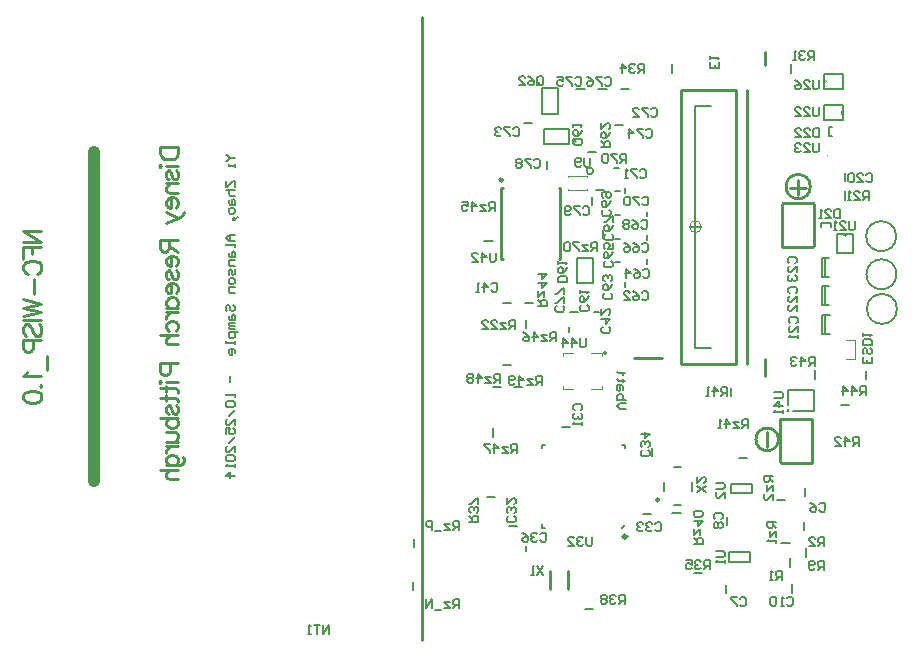
<source format=gbo>
%FSLAX25Y25*%
%MOIN*%
G70*
G01*
G75*
G04 Layer_Color=32896*
%ADD10C,0.00866*%
%ADD11R,0.07087X0.03937*%
G04:AMPARAMS|DCode=12|XSize=31.5mil|YSize=66.93mil|CornerRadius=0mil|HoleSize=0mil|Usage=FLASHONLY|Rotation=45.000|XOffset=0mil|YOffset=0mil|HoleType=Round|Shape=Rectangle|*
%AMROTATEDRECTD12*
4,1,4,0.01253,-0.03480,-0.03480,0.01253,-0.01253,0.03480,0.03480,-0.01253,0.01253,-0.03480,0.0*
%
%ADD12ROTATEDRECTD12*%

%ADD13R,0.01654X0.02362*%
%ADD14R,0.03543X0.02756*%
%ADD15R,0.02756X0.02362*%
%ADD16R,0.02756X0.03937*%
%ADD17R,0.07402X0.06614*%
%ADD18O,0.01575X0.06299*%
%ADD19R,0.04331X0.03937*%
%ADD20R,0.01575X0.01575*%
%ADD21R,0.02362X0.01654*%
G04:AMPARAMS|DCode=22|XSize=31.5mil|YSize=66.93mil|CornerRadius=0mil|HoleSize=0mil|Usage=FLASHONLY|Rotation=135.000|XOffset=0mil|YOffset=0mil|HoleType=Round|Shape=Rectangle|*
%AMROTATEDRECTD22*
4,1,4,0.03480,0.01253,-0.01253,-0.03480,-0.03480,-0.01253,0.01253,0.03480,0.03480,0.01253,0.0*
%
%ADD22ROTATEDRECTD22*%

%ADD23R,0.03543X0.02362*%
%ADD24R,0.02362X0.03543*%
%ADD25R,0.03937X0.04331*%
%ADD26C,0.02000*%
%ADD27C,0.01200*%
%ADD28C,0.01000*%
%ADD29C,0.02500*%
%ADD30C,0.05000*%
%ADD31C,0.00800*%
%ADD32C,0.03000*%
%ADD33C,0.01500*%
%ADD34C,0.04200*%
%ADD35C,0.06000*%
%ADD36C,0.07874*%
%ADD37C,0.03937*%
%ADD38R,0.03937X0.03937*%
%ADD39C,0.02600*%
%ADD40C,0.03000*%
%ADD41C,0.02400*%
%ADD42C,0.03400*%
%ADD43C,0.05000*%
%ADD44C,0.04000*%
%ADD45C,0.04900*%
G04:AMPARAMS|DCode=46|XSize=65mil|YSize=65mil|CornerRadius=0mil|HoleSize=0mil|Usage=FLASHONLY|Rotation=0.000|XOffset=0mil|YOffset=0mil|HoleType=Round|Shape=Relief|Width=8mil|Gap=10mil|Entries=4|*
%AMTHD46*
7,0,0,0.06500,0.04500,0.00800,45*
%
%ADD46THD46*%
%ADD47C,0.06400*%
%ADD48C,0.08306*%
%ADD49C,0.04762*%
G04:AMPARAMS|DCode=50|XSize=63.622mil|YSize=63.622mil|CornerRadius=0mil|HoleSize=0mil|Usage=FLASHONLY|Rotation=0.000|XOffset=0mil|YOffset=0mil|HoleType=Round|Shape=Relief|Width=8mil|Gap=10mil|Entries=4|*
%AMTHD50*
7,0,0,0.06362,0.04362,0.00800,45*
%
%ADD50THD50*%
G04:AMPARAMS|DCode=51|XSize=80mil|YSize=80mil|CornerRadius=0mil|HoleSize=0mil|Usage=FLASHONLY|Rotation=0.000|XOffset=0mil|YOffset=0mil|HoleType=Round|Shape=Relief|Width=8mil|Gap=10mil|Entries=4|*
%AMTHD51*
7,0,0,0.08000,0.06000,0.00800,45*
%
%ADD51THD51*%
G04:AMPARAMS|DCode=52|XSize=50mil|YSize=50mil|CornerRadius=0mil|HoleSize=0mil|Usage=FLASHONLY|Rotation=0.000|XOffset=0mil|YOffset=0mil|HoleType=Round|Shape=Relief|Width=8mil|Gap=10mil|Entries=4|*
%AMTHD52*
7,0,0,0.05000,0.03000,0.00800,45*
%
%ADD52THD52*%
%ADD53C,0.04000*%
G04:AMPARAMS|DCode=54|XSize=56mil|YSize=56mil|CornerRadius=0mil|HoleSize=0mil|Usage=FLASHONLY|Rotation=0.000|XOffset=0mil|YOffset=0mil|HoleType=Round|Shape=Relief|Width=8mil|Gap=10mil|Entries=4|*
%AMTHD54*
7,0,0,0.05600,0.03600,0.00800,45*
%
%ADD54THD54*%
%ADD55C,0.03200*%
%ADD56C,0.04400*%
%ADD57C,0.05200*%
%ADD58R,0.03543X0.04724*%
%ADD59R,0.07087X0.03937*%
%ADD60R,0.01102X0.01969*%
%ADD61R,0.02362X0.05512*%
%ADD62R,0.02165X0.01181*%
%ADD63R,0.01969X0.03386*%
%ADD64R,0.02559X0.02559*%
%ADD65R,0.01882X0.01181*%
%ADD66R,0.01575X0.03622*%
%ADD67R,0.05118X0.00984*%
%ADD68O,0.05118X0.00984*%
%ADD69R,0.08661X0.07087*%
%ADD70R,0.09843X0.13780*%
%ADD71R,0.01181X0.03150*%
%ADD72R,0.03642X0.01181*%
%ADD73R,0.03422X0.01181*%
%ADD74C,0.00787*%
%ADD75R,0.20276X0.20276*%
%ADD76O,0.03347X0.01102*%
%ADD77O,0.01102X0.03347*%
%ADD78R,0.01102X0.03347*%
%ADD79R,0.03543X0.06299*%
%ADD80R,0.01969X0.02362*%
%ADD81R,0.02756X0.03543*%
%ADD82R,0.02362X0.01969*%
%ADD83R,0.01969X0.01102*%
%ADD84R,0.01575X0.01575*%
%ADD85C,0.00900*%
%ADD86C,0.00600*%
%ADD87P,0.02895X4X90.0*%
%ADD88C,0.00394*%
%ADD89C,0.00500*%
%ADD90C,0.00984*%
%ADD91C,0.00787*%
%ADD92C,0.00300*%
%ADD93C,0.00421*%
%ADD94C,0.00420*%
%ADD95C,0.00417*%
%ADD96C,0.01466*%
%ADD97R,0.07687X0.04537*%
G04:AMPARAMS|DCode=98|XSize=37.5mil|YSize=72.93mil|CornerRadius=0mil|HoleSize=0mil|Usage=FLASHONLY|Rotation=45.000|XOffset=0mil|YOffset=0mil|HoleType=Round|Shape=Rectangle|*
%AMROTATEDRECTD98*
4,1,4,0.01253,-0.03904,-0.03904,0.01253,-0.01253,0.03904,0.03904,-0.01253,0.01253,-0.03904,0.0*
%
%ADD98ROTATEDRECTD98*%

%ADD99R,0.02254X0.02962*%
%ADD100R,0.04143X0.03356*%
%ADD101R,0.03356X0.02962*%
%ADD102R,0.03356X0.04537*%
%ADD103R,0.08002X0.07214*%
%ADD104O,0.02175X0.06899*%
%ADD105R,0.04931X0.04537*%
%ADD106R,0.02175X0.02175*%
%ADD107R,0.02962X0.02254*%
G04:AMPARAMS|DCode=108|XSize=37.5mil|YSize=72.93mil|CornerRadius=0mil|HoleSize=0mil|Usage=FLASHONLY|Rotation=135.000|XOffset=0mil|YOffset=0mil|HoleType=Round|Shape=Rectangle|*
%AMROTATEDRECTD108*
4,1,4,0.03904,0.01253,-0.01253,-0.03904,-0.03904,-0.01253,0.01253,0.03904,0.03904,0.01253,0.0*
%
%ADD108ROTATEDRECTD108*%

%ADD109R,0.04143X0.02962*%
%ADD110R,0.02962X0.04143*%
%ADD111R,0.04537X0.04931*%
%ADD112C,0.04800*%
%ADD113C,0.06600*%
%ADD114C,0.04537*%
%ADD115R,0.04537X0.04537*%
%ADD116R,0.04143X0.05324*%
%ADD117R,0.07687X0.04537*%
%ADD118R,0.01702X0.02569*%
%ADD119R,0.02962X0.06112*%
%ADD120R,0.02765X0.01781*%
%ADD121R,0.02569X0.03986*%
%ADD122R,0.03159X0.03159*%
%ADD123R,0.02482X0.01781*%
%ADD124R,0.02175X0.04222*%
%ADD125R,0.05718X0.01584*%
%ADD126O,0.05718X0.01584*%
%ADD127R,0.09261X0.07687*%
%ADD128R,0.10443X0.14379*%
%ADD129R,0.01781X0.03750*%
%ADD130R,0.04242X0.01781*%
%ADD131R,0.04022X0.01781*%
%ADD132R,0.20876X0.20876*%
%ADD133O,0.03947X0.01702*%
%ADD134O,0.01702X0.03947*%
%ADD135R,0.01702X0.03947*%
%ADD136R,0.04143X0.06899*%
%ADD137R,0.02569X0.02962*%
%ADD138R,0.03356X0.04143*%
%ADD139R,0.02962X0.02569*%
%ADD140R,0.02569X0.01702*%
%ADD141R,0.02175X0.02175*%
%ADD142C,0.08474*%
%ADD143C,0.01181*%
%ADD144C,0.00700*%
D28*
X201969Y153839D02*
G03*
X201969Y153839I-500J0D01*
G01*
X297066Y76846D02*
G03*
X297066Y76846I-100J0D01*
G01*
X293918Y67323D02*
G03*
X293918Y67323I-3761J0D01*
G01*
X304545Y151575D02*
G03*
X304545Y151575I-4053J0D01*
G01*
X223669Y17472D02*
Y23472D01*
X217669Y17472D02*
Y23472D01*
X221260Y127461D02*
Y151083D01*
X201575Y127461D02*
Y151083D01*
X201969D01*
X220866D02*
X221260D01*
X220866Y127461D02*
X221260D01*
X201575D02*
X201969D01*
X283563Y92520D02*
Y183858D01*
X261516D02*
X279626D01*
X261516Y92520D02*
X279626D01*
X261516D02*
Y138189D01*
Y183858D01*
X279626Y92520D02*
Y183858D01*
X294587Y74016D02*
X305118D01*
Y59449D02*
Y74016D01*
X294980Y59449D02*
X305118D01*
X294587Y59842D02*
X294980Y59449D01*
X294587Y59842D02*
Y74016D01*
X295079Y131595D02*
Y145866D01*
X295276Y146063D01*
X305512D01*
X305709Y145866D01*
Y131988D02*
Y145866D01*
X305315Y131595D02*
X305709Y131988D01*
X295079Y131595D02*
X305315D01*
X289303Y88583D02*
Y94193D01*
Y192028D02*
Y196555D01*
X175130Y492D02*
Y208071D01*
X245709Y94291D02*
X255217D01*
X290146Y69784D02*
Y64642D01*
X297858Y151260D02*
X303000D01*
X300429Y153831D02*
Y148689D01*
X42230Y136941D02*
X48228D01*
X42230D02*
X48228Y132942D01*
X42230D02*
X48228D01*
X42230Y131285D02*
X48228D01*
X42230D02*
Y127571D01*
X45086Y131285D02*
Y129000D01*
X43658Y122601D02*
X43087Y122887D01*
X42515Y123458D01*
X42230Y124029D01*
Y125172D01*
X42515Y125743D01*
X43087Y126314D01*
X43658Y126600D01*
X44515Y126886D01*
X45943D01*
X46800Y126600D01*
X47371Y126314D01*
X47943Y125743D01*
X48228Y125172D01*
Y124029D01*
X47943Y123458D01*
X47371Y122887D01*
X46800Y122601D01*
X45658Y120916D02*
Y115774D01*
X42230Y114003D02*
X48228Y112575D01*
X42230Y111146D02*
X48228Y112575D01*
X42230Y111146D02*
X48228Y109718D01*
X42230Y108290D02*
X48228Y109718D01*
X42230Y107090D02*
X48228D01*
X43087Y101834D02*
X42515Y102405D01*
X42230Y103262D01*
Y104405D01*
X42515Y105262D01*
X43087Y105833D01*
X43658D01*
X44229Y105547D01*
X44515Y105262D01*
X44800Y104691D01*
X45372Y102977D01*
X45658Y102405D01*
X45943Y102120D01*
X46514Y101834D01*
X47371D01*
X47943Y102405D01*
X48228Y103262D01*
Y104405D01*
X47943Y105262D01*
X47371Y105833D01*
X45372Y100491D02*
Y97921D01*
X45086Y97063D01*
X44800Y96778D01*
X44229Y96492D01*
X43372D01*
X42801Y96778D01*
X42515Y97063D01*
X42230Y97921D01*
Y100491D01*
X48228D01*
X50228Y95150D02*
Y90579D01*
X43372Y89808D02*
X43087Y89237D01*
X42230Y88380D01*
X48228D01*
X47657Y85123D02*
X47943Y85409D01*
X48228Y85123D01*
X47943Y84838D01*
X47657Y85123D01*
X42230Y81810D02*
X42515Y82667D01*
X43372Y83238D01*
X44800Y83524D01*
X45658D01*
X47086Y83238D01*
X47943Y82667D01*
X48228Y81810D01*
Y81238D01*
X47943Y80381D01*
X47086Y79810D01*
X45658Y79524D01*
X44800D01*
X43372Y79810D01*
X42515Y80381D01*
X42230Y81238D01*
Y81810D01*
X87827Y164635D02*
X93826D01*
X87827D02*
Y162635D01*
X88113Y161778D01*
X88684Y161207D01*
X89256Y160921D01*
X90113Y160636D01*
X91541D01*
X92398Y160921D01*
X92969Y161207D01*
X93540Y161778D01*
X93826Y162635D01*
Y164635D01*
X87827Y158722D02*
X88113Y158436D01*
X87827Y158150D01*
X87542Y158436D01*
X87827Y158722D01*
X89827Y158436D02*
X93826D01*
X90684Y153951D02*
X90113Y154237D01*
X89827Y155094D01*
Y155951D01*
X90113Y156808D01*
X90684Y157094D01*
X91255Y156808D01*
X91541Y156237D01*
X91826Y154808D01*
X92112Y154237D01*
X92684Y153951D01*
X92969D01*
X93540Y154237D01*
X93826Y155094D01*
Y155951D01*
X93540Y156808D01*
X92969Y157094D01*
X89827Y152694D02*
X93826D01*
X90970D02*
X90113Y151838D01*
X89827Y151266D01*
Y150409D01*
X90113Y149838D01*
X90970Y149552D01*
X93826D01*
X91541Y147981D02*
Y144553D01*
X90970D01*
X90398Y144839D01*
X90113Y145125D01*
X89827Y145696D01*
Y146553D01*
X90113Y147124D01*
X90684Y147696D01*
X91541Y147981D01*
X92112D01*
X92969Y147696D01*
X93540Y147124D01*
X93826Y146553D01*
Y145696D01*
X93540Y145125D01*
X92969Y144553D01*
X89827Y142982D02*
X93826Y141268D01*
X89827Y139554D02*
X93826Y141268D01*
X94969Y141840D01*
X95540Y142411D01*
X95826Y142982D01*
Y143268D01*
X87827Y133841D02*
X93826D01*
X87827D02*
Y131271D01*
X88113Y130413D01*
X88399Y130128D01*
X88970Y129842D01*
X89541D01*
X90113Y130128D01*
X90398Y130413D01*
X90684Y131271D01*
Y133841D01*
Y131842D02*
X93826Y129842D01*
X91541Y128500D02*
Y125072D01*
X90970D01*
X90398Y125357D01*
X90113Y125643D01*
X89827Y126215D01*
Y127071D01*
X90113Y127643D01*
X90684Y128214D01*
X91541Y128500D01*
X92112D01*
X92969Y128214D01*
X93540Y127643D01*
X93826Y127071D01*
Y126215D01*
X93540Y125643D01*
X92969Y125072D01*
X90684Y120644D02*
X90113Y120930D01*
X89827Y121787D01*
Y122644D01*
X90113Y123501D01*
X90684Y123786D01*
X91255Y123501D01*
X91541Y122929D01*
X91826Y121501D01*
X92112Y120930D01*
X92684Y120644D01*
X92969D01*
X93540Y120930D01*
X93826Y121787D01*
Y122644D01*
X93540Y123501D01*
X92969Y123786D01*
X91541Y119387D02*
Y115960D01*
X90970D01*
X90398Y116245D01*
X90113Y116531D01*
X89827Y117102D01*
Y117959D01*
X90113Y118530D01*
X90684Y119102D01*
X91541Y119387D01*
X92112D01*
X92969Y119102D01*
X93540Y118530D01*
X93826Y117959D01*
Y117102D01*
X93540Y116531D01*
X92969Y115960D01*
X89827Y111246D02*
X93826D01*
X90684D02*
X90113Y111818D01*
X89827Y112389D01*
Y113246D01*
X90113Y113817D01*
X90684Y114388D01*
X91541Y114674D01*
X92112D01*
X92969Y114388D01*
X93540Y113817D01*
X93826Y113246D01*
Y112389D01*
X93540Y111818D01*
X92969Y111246D01*
X89827Y109647D02*
X93826D01*
X91541D02*
X90684Y109361D01*
X90113Y108790D01*
X89827Y108218D01*
Y107361D01*
X90684Y103391D02*
X90113Y103962D01*
X89827Y104533D01*
Y105390D01*
X90113Y105962D01*
X90684Y106533D01*
X91541Y106819D01*
X92112D01*
X92969Y106533D01*
X93540Y105962D01*
X93826Y105390D01*
Y104533D01*
X93540Y103962D01*
X92969Y103391D01*
X87827Y102105D02*
X93826D01*
X90970D02*
X90113Y101248D01*
X89827Y100677D01*
Y99820D01*
X90113Y99249D01*
X90970Y98963D01*
X93826D01*
X90970Y92679D02*
Y90108D01*
X90684Y89251D01*
X90398Y88965D01*
X89827Y88680D01*
X88970D01*
X88399Y88965D01*
X88113Y89251D01*
X87827Y90108D01*
Y92679D01*
X93826D01*
X87827Y86766D02*
X88113Y86480D01*
X87827Y86194D01*
X87542Y86480D01*
X87827Y86766D01*
X89827Y86480D02*
X93826D01*
X87827Y84281D02*
X92684D01*
X93540Y83995D01*
X93826Y83424D01*
Y82852D01*
X89827Y85137D02*
Y83138D01*
X87827Y81138D02*
X92684D01*
X93540Y80853D01*
X93826Y80281D01*
Y79710D01*
X89827Y81995D02*
Y79996D01*
X90684Y75711D02*
X90113Y75997D01*
X89827Y76854D01*
Y77710D01*
X90113Y78567D01*
X90684Y78853D01*
X91255Y78567D01*
X91541Y77996D01*
X91826Y76568D01*
X92112Y75997D01*
X92684Y75711D01*
X92969D01*
X93540Y75997D01*
X93826Y76854D01*
Y77710D01*
X93540Y78567D01*
X92969Y78853D01*
X87827Y74454D02*
X93826D01*
X90684D02*
X90113Y73883D01*
X89827Y73312D01*
Y72455D01*
X90113Y71883D01*
X90684Y71312D01*
X91541Y71026D01*
X92112D01*
X92969Y71312D01*
X93540Y71883D01*
X93826Y72455D01*
Y73312D01*
X93540Y73883D01*
X92969Y74454D01*
X89827Y69741D02*
X92684D01*
X93540Y69455D01*
X93826Y68884D01*
Y68027D01*
X93540Y67456D01*
X92684Y66599D01*
X89827D02*
X93826D01*
X89827Y65027D02*
X93826D01*
X91541D02*
X90684Y64742D01*
X90113Y64171D01*
X89827Y63599D01*
Y62742D01*
Y58772D02*
X94397D01*
X95254Y59057D01*
X95540Y59343D01*
X95826Y59914D01*
Y60771D01*
X95540Y61343D01*
X90684Y58772D02*
X90113Y59343D01*
X89827Y59914D01*
Y60771D01*
X90113Y61343D01*
X90684Y61914D01*
X91541Y62200D01*
X92112D01*
X92969Y61914D01*
X93540Y61343D01*
X93826Y60771D01*
Y59914D01*
X93540Y59343D01*
X92969Y58772D01*
X87827Y57172D02*
X93826D01*
X90970D02*
X90113Y56315D01*
X89827Y55744D01*
Y54887D01*
X90113Y54316D01*
X90970Y54030D01*
X93826D01*
D44*
X65886Y53400D02*
Y163065D01*
D86*
X315533Y176165D02*
Y178921D01*
Y173902D02*
Y176559D01*
X309234Y173902D02*
X315533D01*
X309234D02*
Y178921D01*
X315533D01*
X315238Y175870D02*
X315533Y176165D01*
X315238Y176854D02*
X315533Y176559D01*
X310638Y168430D02*
Y171580D01*
X311819D01*
X310638Y168430D02*
X311819D01*
X309221Y184079D02*
Y186835D01*
Y186441D02*
Y189098D01*
X315520D01*
Y184079D02*
Y189098D01*
X309221Y184079D02*
X315520D01*
X309221Y186835D02*
X309516Y187130D01*
X309221Y186441D02*
X309516Y186146D01*
X226903Y127756D02*
X232021D01*
X226903Y119291D02*
X232021D01*
Y127756D01*
X226903Y119291D02*
Y127756D01*
X215650Y165650D02*
X224114D01*
X215650Y170768D02*
X224114D01*
Y165650D02*
Y170768D01*
X215650Y165650D02*
Y170768D01*
X215256Y175886D02*
X220374D01*
X215256Y184350D02*
X220374D01*
X215256Y175886D02*
Y184350D01*
X220374Y175886D02*
Y184350D01*
X315650Y135433D02*
X315945Y135728D01*
X316338D02*
X316634Y135433D01*
X313583Y129429D02*
Y135728D01*
Y129429D02*
X318602D01*
Y135728D01*
X315945D02*
X318602D01*
X313583D02*
X316338D01*
X308213Y138181D02*
Y139362D01*
X311364Y138181D02*
Y139362D01*
X308213D02*
X311364D01*
X199705Y129475D02*
Y126976D01*
X199205Y126476D01*
X198205D01*
X197705Y126976D01*
Y129475D01*
X195206Y126476D02*
Y129475D01*
X196706Y127976D01*
X194706D01*
X191707Y126476D02*
X193707D01*
X191707Y128476D01*
Y128976D01*
X192207Y129475D01*
X193207D01*
X193707Y128976D01*
X237303Y104786D02*
X237803Y104287D01*
Y103287D01*
X237303Y102787D01*
X235304D01*
X234804Y103287D01*
Y104287D01*
X235304Y104786D01*
X234804Y107286D02*
X237803D01*
X236304Y105786D01*
Y107785D01*
X234804Y110784D02*
Y108785D01*
X236804Y110784D01*
X237303D01*
X237803Y110285D01*
Y109285D01*
X237303Y108785D01*
X242618Y12500D02*
Y15499D01*
X241119D01*
X240619Y14999D01*
Y13999D01*
X241119Y13500D01*
X242618D01*
X241618D02*
X240619Y12500D01*
X239619Y14999D02*
X239119Y15499D01*
X238120D01*
X237620Y14999D01*
Y14499D01*
X238120Y13999D01*
X238619D01*
X238120D01*
X237620Y13500D01*
Y13000D01*
X238120Y12500D01*
X239119D01*
X239619Y13000D01*
X236620Y14999D02*
X236120Y15499D01*
X235121D01*
X234621Y14999D01*
Y14499D01*
X235121Y13999D01*
X234621Y13500D01*
Y13000D01*
X235121Y12500D01*
X236120D01*
X236620Y13000D01*
Y13500D01*
X236120Y13999D01*
X236620Y14499D01*
Y14999D01*
X236120Y13999D02*
X235121D01*
X213681Y111909D02*
X216680D01*
Y113409D01*
X216180Y113909D01*
X215181D01*
X214681Y113409D01*
Y111909D01*
Y112909D02*
X213681Y113909D01*
X215681Y114909D02*
Y116908D01*
X213681Y114909D01*
Y116908D01*
Y119407D02*
X216680D01*
X215181Y117908D01*
Y119907D01*
X213681Y122406D02*
X216680D01*
X215181Y120906D01*
Y122906D01*
X199311Y143504D02*
Y146503D01*
X197811D01*
X197312Y146003D01*
Y145003D01*
X197811Y144504D01*
X199311D01*
X198311D02*
X197312Y143504D01*
X196312Y145503D02*
X194313D01*
X196312Y143504D01*
X194313D01*
X191813D02*
Y146503D01*
X193313Y145003D01*
X191314D01*
X188315Y146503D02*
X190314D01*
Y145003D01*
X189314Y145503D01*
X188814D01*
X188315Y145003D01*
Y144004D01*
X188814Y143504D01*
X189814D01*
X190314Y144004D01*
X219783Y100098D02*
Y103097D01*
X218284D01*
X217784Y102598D01*
Y101598D01*
X218284Y101098D01*
X219783D01*
X218784D02*
X217784Y100098D01*
X216784Y102098D02*
X214785D01*
X216784Y100098D01*
X214785D01*
X212286D02*
Y103097D01*
X213785Y101598D01*
X211786D01*
X208787Y103097D02*
X209787Y102598D01*
X210786Y101598D01*
Y100598D01*
X210286Y100098D01*
X209287D01*
X208787Y100598D01*
Y101098D01*
X209287Y101598D01*
X210786D01*
X206703Y62894D02*
Y65893D01*
X205204D01*
X204704Y65393D01*
Y64393D01*
X205204Y63893D01*
X206703D01*
X205703D02*
X204704Y62894D01*
X203704Y64893D02*
X201705D01*
X203704Y62894D01*
X201705D01*
X199205D02*
Y65893D01*
X200705Y64393D01*
X198706D01*
X197706Y65893D02*
X195707D01*
Y65393D01*
X197706Y63393D01*
Y62894D01*
X201181Y86122D02*
Y89121D01*
X199682D01*
X199182Y88621D01*
Y87622D01*
X199682Y87122D01*
X201181D01*
X200181D02*
X199182Y86122D01*
X198182Y88121D02*
X196183D01*
X198182Y86122D01*
X196183D01*
X193684D02*
Y89121D01*
X195183Y87622D01*
X193184D01*
X192184Y88621D02*
X191684Y89121D01*
X190684D01*
X190185Y88621D01*
Y88121D01*
X190684Y87622D01*
X190185Y87122D01*
Y86622D01*
X190684Y86122D01*
X191684D01*
X192184Y86622D01*
Y87122D01*
X191684Y87622D01*
X192184Y88121D01*
Y88621D01*
X191684Y87622D02*
X190684D01*
X214961Y85532D02*
Y88530D01*
X213461D01*
X212961Y88031D01*
Y87031D01*
X213461Y86531D01*
X214961D01*
X213961D02*
X212961Y85532D01*
X211962Y87531D02*
X209962D01*
X211962Y85532D01*
X209962D01*
X207463D02*
Y88530D01*
X208963Y87031D01*
X206963D01*
X205963Y86031D02*
X205464Y85532D01*
X204464D01*
X203964Y86031D01*
Y88031D01*
X204464Y88530D01*
X205464D01*
X205963Y88031D01*
Y87531D01*
X205464Y87031D01*
X203964D01*
D88*
X315238Y176854D02*
G03*
X315238Y175870I0J-492D01*
G01*
X268209Y138189D02*
G03*
X268209Y138189I-1969J0D01*
G01*
X310343Y162106D02*
G03*
X310343Y162106I-197J0D01*
G01*
X309516Y186146D02*
G03*
X309516Y187130I0J492D01*
G01*
X315650Y135433D02*
G03*
X316634Y135433I492J0D01*
G01*
X223917Y155118D02*
X230217D01*
Y154724D02*
Y155118D01*
X223917Y154724D02*
Y155118D01*
X230217Y150394D02*
Y150787D01*
X223917Y150394D02*
Y150787D01*
Y150394D02*
X230217D01*
X316535Y100492D02*
X319291D01*
Y94193D02*
Y100492D01*
X316535Y94193D02*
X319291D01*
X222146Y84252D02*
Y85138D01*
Y84252D02*
X225492D01*
X231594D02*
X234941D01*
Y85138D01*
X222146Y95177D02*
Y96063D01*
X225492D01*
X231594D02*
X234941D01*
Y95177D02*
Y96063D01*
D89*
X333248Y122343D02*
G03*
X333248Y122343I-5000J0D01*
G01*
X333150Y135039D02*
G03*
X333150Y135039I-5000J0D01*
G01*
X333420Y110806D02*
G03*
X333420Y110806I-5000J0D01*
G01*
X266240Y97835D02*
X271358D01*
X266240Y178543D02*
X271358D01*
X264272Y138189D02*
X268209D01*
X266240Y97835D02*
Y178543D01*
X269731Y49803D02*
X266732Y51802D01*
X269731D02*
X266732Y49803D01*
Y54801D02*
Y52802D01*
X268732Y54801D01*
X269232D01*
X269731Y54302D01*
Y53302D01*
X269232Y52802D01*
X215551Y25243D02*
X213552Y22244D01*
Y25243D02*
X215551Y22244D01*
X212552D02*
X211553D01*
X212052D01*
Y25243D01*
X212552Y24743D01*
X307283Y177999D02*
Y175500D01*
X306784Y175000D01*
X305784D01*
X305284Y175500D01*
Y177999D01*
X302285Y175000D02*
X304284D01*
X302285Y176999D01*
Y177499D01*
X302785Y177999D01*
X303785D01*
X304284Y177499D01*
X299286Y175000D02*
X301285D01*
X299286Y176999D01*
Y177499D01*
X299786Y177999D01*
X300786D01*
X301285Y177499D01*
X243193Y77362D02*
X241194D01*
X240194Y78362D01*
X241194Y79361D01*
X243193D01*
Y80361D02*
X240194D01*
Y81861D01*
X240694Y82361D01*
X241194D01*
X241694D01*
X242194Y81861D01*
Y80361D01*
Y83860D02*
Y84860D01*
X241694Y85360D01*
X240194D01*
Y83860D01*
X240694Y83360D01*
X241194Y83860D01*
Y85360D01*
X242693Y86859D02*
X242194D01*
Y86359D01*
Y87359D01*
Y86859D01*
X240694D01*
X240194Y87359D01*
X242693Y89358D02*
X242194D01*
Y88858D01*
Y89858D01*
Y89358D01*
X240694D01*
X240194Y89858D01*
X231201Y161267D02*
Y158768D01*
X230701Y158268D01*
X229701D01*
X229201Y158768D01*
Y161267D01*
X228202Y158768D02*
X227702Y158268D01*
X226702D01*
X226202Y158768D01*
Y160767D01*
X226702Y161267D01*
X227702D01*
X228202Y160767D01*
Y160267D01*
X227702Y159767D01*
X226202D01*
X231988Y157374D02*
Y156375D01*
X231488Y155875D01*
X230489D01*
X229989Y156375D01*
Y157374D01*
X230489Y157874D01*
X231488D01*
X231988Y157374D01*
X307472Y170999D02*
Y168000D01*
X305973D01*
X305473Y168500D01*
Y170499D01*
X305973Y170999D01*
X307472D01*
X302474Y168000D02*
X304473D01*
X302474Y169999D01*
Y170499D01*
X302974Y170999D01*
X303974D01*
X304473Y170499D01*
X299475Y168000D02*
X301474D01*
X299475Y169999D01*
Y170499D01*
X299975Y170999D01*
X300974D01*
X301474Y170499D01*
X325054Y94716D02*
Y92716D01*
X322055D01*
Y94716D01*
X323555Y92716D02*
Y93716D01*
X324554Y97715D02*
X325054Y97215D01*
Y96215D01*
X324554Y95716D01*
X324055D01*
X323555Y96215D01*
Y97215D01*
X323055Y97715D01*
X322555D01*
X322055Y97215D01*
Y96215D01*
X322555Y95716D01*
X325054Y98715D02*
X322055D01*
Y100214D01*
X322555Y100714D01*
X324554D01*
X325054Y100214D01*
Y98715D01*
X322055Y101714D02*
Y102713D01*
Y102214D01*
X325054D01*
X324554Y101714D01*
X292572Y83071D02*
X295071D01*
X295571Y82571D01*
Y81571D01*
X295071Y81072D01*
X292572D01*
X295571Y78572D02*
X292572D01*
X294071Y80072D01*
Y78073D01*
X295571Y77073D02*
Y76073D01*
Y76573D01*
X292572D01*
X293072Y77073D01*
X273084Y52854D02*
X275583D01*
X276083Y52355D01*
Y51355D01*
X275583Y50855D01*
X273084D01*
X276083Y47856D02*
Y49855D01*
X274083Y47856D01*
X273584D01*
X273084Y48356D01*
Y49356D01*
X273584Y49855D01*
X144082Y2500D02*
Y5499D01*
X142083Y2500D01*
Y5499D01*
X141083D02*
X139084D01*
X140083D01*
Y2500D01*
X138084D02*
X137084D01*
X137584D01*
Y5499D01*
X138084Y4999D01*
X274239Y192988D02*
Y190989D01*
X271240D01*
Y192988D01*
X272740Y190989D02*
Y191989D01*
X271240Y193988D02*
Y194988D01*
Y194488D01*
X274239D01*
X273739Y193988D01*
X229724Y101031D02*
Y98531D01*
X229225Y98032D01*
X228225D01*
X227725Y98531D01*
Y101031D01*
X225226Y98032D02*
Y101031D01*
X226725Y99531D01*
X224726D01*
X222227Y98032D02*
Y101031D01*
X223726Y99531D01*
X221727D01*
X307283Y165999D02*
Y163500D01*
X306784Y163000D01*
X305784D01*
X305284Y163500D01*
Y165999D01*
X302285Y163000D02*
X304284D01*
X302285Y164999D01*
Y165499D01*
X302785Y165999D01*
X303785D01*
X304284Y165499D01*
X301285D02*
X300786Y165999D01*
X299786D01*
X299286Y165499D01*
Y164999D01*
X299786Y164499D01*
X300286D01*
X299786D01*
X299286Y164000D01*
Y163500D01*
X299786Y163000D01*
X300786D01*
X301285Y163500D01*
X231791Y34790D02*
Y32291D01*
X231292Y31791D01*
X230292D01*
X229792Y32291D01*
Y34790D01*
X228792Y34291D02*
X228292Y34790D01*
X227293D01*
X226793Y34291D01*
Y33791D01*
X227293Y33291D01*
X227793D01*
X227293D01*
X226793Y32791D01*
Y32291D01*
X227293Y31791D01*
X228292D01*
X228792Y32291D01*
X223794Y31791D02*
X225793D01*
X223794Y33791D01*
Y34291D01*
X224294Y34790D01*
X225293D01*
X225793Y34291D01*
X297501Y126001D02*
X297001Y126500D01*
Y127500D01*
X297501Y128000D01*
X299500D01*
X300000Y127500D01*
Y126500D01*
X299500Y126001D01*
X300000Y123002D02*
Y125001D01*
X298001Y123002D01*
X297501D01*
X297001Y123501D01*
Y124501D01*
X297501Y125001D01*
Y122002D02*
X297001Y121502D01*
Y120502D01*
X297501Y120003D01*
X298001D01*
X298500Y120502D01*
Y121002D01*
Y120502D01*
X299000Y120003D01*
X299500D01*
X300000Y120502D01*
Y121502D01*
X299500Y122002D01*
X187500Y11000D02*
Y13999D01*
X186001D01*
X185501Y13499D01*
Y12500D01*
X186001Y12000D01*
X187500D01*
X186500D02*
X185501Y11000D01*
X184501Y12999D02*
X182502D01*
X184501Y11000D01*
X182502D01*
X181502Y10500D02*
X179503D01*
X178503Y11000D02*
Y13999D01*
X176504Y11000D01*
Y13999D01*
X307283Y186999D02*
Y184500D01*
X306784Y184000D01*
X305784D01*
X305284Y184500D01*
Y186999D01*
X302285Y184000D02*
X304284D01*
X302285Y185999D01*
Y186499D01*
X302785Y186999D01*
X303785D01*
X304284Y186499D01*
X299286Y186999D02*
X300286Y186499D01*
X301285Y185500D01*
Y184500D01*
X300786Y184000D01*
X299786D01*
X299286Y184500D01*
Y185000D01*
X299786Y185500D01*
X301285D01*
X323118Y155499D02*
X323618Y155999D01*
X324618D01*
X325118Y155499D01*
Y153500D01*
X324618Y153000D01*
X323618D01*
X323118Y153500D01*
X320119Y153000D02*
X322119D01*
X320119Y154999D01*
Y155499D01*
X320619Y155999D01*
X321619D01*
X322119Y155499D01*
X319120D02*
X318620Y155999D01*
X317620D01*
X317120Y155499D01*
Y153500D01*
X317620Y153000D01*
X318620D01*
X319120Y153500D01*
Y155499D01*
X190847Y39862D02*
X193845D01*
Y41362D01*
X193346Y41862D01*
X192346D01*
X191846Y41362D01*
Y39862D01*
Y40862D02*
X190847Y41862D01*
X193346Y42861D02*
X193845Y43361D01*
Y44361D01*
X193346Y44861D01*
X192846D01*
X192346Y44361D01*
Y43861D01*
Y44361D01*
X191846Y44861D01*
X191346D01*
X190847Y44361D01*
Y43361D01*
X191346Y42861D01*
X193845Y45860D02*
Y47860D01*
X193346D01*
X191346Y45860D01*
X190847D01*
X228709Y144527D02*
X229209Y145027D01*
X230209D01*
X230709Y144527D01*
Y142527D01*
X230209Y142028D01*
X229209D01*
X228709Y142527D01*
X227710Y145027D02*
X225710D01*
Y144527D01*
X227710Y142527D01*
Y142028D01*
X224711Y142527D02*
X224211Y142028D01*
X223211D01*
X222711Y142527D01*
Y144527D01*
X223211Y145027D01*
X224211D01*
X224711Y144527D01*
Y144027D01*
X224211Y143527D01*
X222711D01*
X212272Y160366D02*
X212772Y160866D01*
X213772D01*
X214272Y160366D01*
Y158366D01*
X213772Y157867D01*
X212772D01*
X212272Y158366D01*
X211273Y160866D02*
X209273D01*
Y160366D01*
X211273Y158366D01*
Y157867D01*
X208274Y160366D02*
X207774Y160866D01*
X206774D01*
X206274Y160366D01*
Y159866D01*
X206774Y159366D01*
X206274Y158866D01*
Y158366D01*
X206774Y157867D01*
X207774D01*
X208274Y158366D01*
Y158866D01*
X207774Y159366D01*
X208274Y159866D01*
Y160366D01*
X207774Y159366D02*
X206774D01*
X322933Y82000D02*
Y84999D01*
X321434D01*
X320934Y84499D01*
Y83499D01*
X321434Y83000D01*
X322933D01*
X321933D02*
X320934Y82000D01*
X318435D02*
Y84999D01*
X319934Y83499D01*
X317935D01*
X315436Y82000D02*
Y84999D01*
X316935Y83499D01*
X314936D01*
X306004Y91831D02*
Y94830D01*
X304504D01*
X304005Y94330D01*
Y93330D01*
X304504Y92830D01*
X306004D01*
X305004D02*
X304005Y91831D01*
X301505D02*
Y94830D01*
X303005Y93330D01*
X301006D01*
X300006Y94330D02*
X299506Y94830D01*
X298506D01*
X298007Y94330D01*
Y93830D01*
X298506Y93330D01*
X299006D01*
X298506D01*
X298007Y92830D01*
Y92331D01*
X298506Y91831D01*
X299506D01*
X300006Y92331D01*
X320669Y65158D02*
Y68156D01*
X319170D01*
X318670Y67657D01*
Y66657D01*
X319170Y66157D01*
X320669D01*
X319670D02*
X318670Y65158D01*
X316171D02*
Y68156D01*
X317670Y66657D01*
X315671D01*
X312672Y65158D02*
X314671D01*
X312672Y67157D01*
Y67657D01*
X313172Y68156D01*
X314171D01*
X314671Y67657D01*
X276772Y81890D02*
Y84889D01*
X275272D01*
X274772Y84389D01*
Y83389D01*
X275272Y82889D01*
X276772D01*
X275772D02*
X274772Y81890D01*
X272273D02*
Y84889D01*
X273773Y83389D01*
X271773D01*
X270774Y81890D02*
X269774D01*
X270274D01*
Y84889D01*
X270774Y84389D01*
X249114Y189567D02*
Y192566D01*
X247615D01*
X247115Y192066D01*
Y191067D01*
X247615Y190567D01*
X249114D01*
X248114D02*
X247115Y189567D01*
X246115Y192066D02*
X245615Y192566D01*
X244616D01*
X244116Y192066D01*
Y191566D01*
X244616Y191067D01*
X245115D01*
X244616D01*
X244116Y190567D01*
Y190067D01*
X244616Y189567D01*
X245615D01*
X246115Y190067D01*
X241617Y189567D02*
Y192566D01*
X243116Y191067D01*
X241117D01*
X305807Y193898D02*
Y196897D01*
X304308D01*
X303808Y196397D01*
Y195397D01*
X304308Y194897D01*
X305807D01*
X304807D02*
X303808Y193898D01*
X302808Y196397D02*
X302308Y196897D01*
X301308D01*
X300809Y196397D01*
Y195897D01*
X301308Y195397D01*
X301808D01*
X301308D01*
X300809Y194897D01*
Y194397D01*
X301308Y193898D01*
X302308D01*
X302808Y194397D01*
X299809Y193898D02*
X298809D01*
X299309D01*
Y196897D01*
X299809Y196397D01*
X250432Y63712D02*
X250932Y63212D01*
Y62213D01*
X250432Y61713D01*
X248433D01*
X247933Y62213D01*
Y63212D01*
X248433Y63712D01*
X250432Y64712D02*
X250932Y65211D01*
Y66211D01*
X250432Y66711D01*
X249932D01*
X249433Y66211D01*
Y65711D01*
Y66211D01*
X248933Y66711D01*
X248433D01*
X247933Y66211D01*
Y65211D01*
X248433Y64712D01*
X247933Y69210D02*
X250932D01*
X249433Y67711D01*
Y69710D01*
X252823Y39212D02*
X253323Y39712D01*
X254323D01*
X254823Y39212D01*
Y37212D01*
X254323Y36713D01*
X253323D01*
X252823Y37212D01*
X251824Y39212D02*
X251324Y39712D01*
X250324D01*
X249824Y39212D01*
Y38712D01*
X250324Y38212D01*
X250824D01*
X250324D01*
X249824Y37712D01*
Y37212D01*
X250324Y36713D01*
X251324D01*
X251824Y37212D01*
X248825Y39212D02*
X248325Y39712D01*
X247325D01*
X246825Y39212D01*
Y38712D01*
X247325Y38212D01*
X247825D01*
X247325D01*
X246825Y37712D01*
Y37212D01*
X247325Y36713D01*
X248325D01*
X248825Y37212D01*
X205913Y41661D02*
X206412Y41161D01*
Y40161D01*
X205913Y39661D01*
X203913D01*
X203413Y40161D01*
Y41161D01*
X203913Y41661D01*
X205913Y42660D02*
X206412Y43160D01*
Y44160D01*
X205913Y44660D01*
X205413D01*
X204913Y44160D01*
Y43660D01*
Y44160D01*
X204413Y44660D01*
X203913D01*
X203413Y44160D01*
Y43160D01*
X203913Y42660D01*
X203413Y47659D02*
Y45660D01*
X205413Y47659D01*
X205913D01*
X206412Y47159D01*
Y46159D01*
X205913Y45660D01*
X226001Y77001D02*
X225501Y77500D01*
Y78500D01*
X226001Y79000D01*
X228000D01*
X228500Y78500D01*
Y77500D01*
X228000Y77001D01*
X226001Y76001D02*
X225501Y75501D01*
Y74501D01*
X226001Y74002D01*
X226501D01*
X227000Y74501D01*
Y75001D01*
Y74501D01*
X227500Y74002D01*
X228000D01*
X228500Y74501D01*
Y75501D01*
X228000Y76001D01*
X228500Y73002D02*
Y72002D01*
Y72502D01*
X225501D01*
X226001Y73002D01*
X308957Y23819D02*
Y26818D01*
X307457D01*
X306957Y26318D01*
Y25318D01*
X307457Y24819D01*
X308957D01*
X307957D02*
X306957Y23819D01*
X305958Y24319D02*
X305458Y23819D01*
X304458D01*
X303958Y24319D01*
Y26318D01*
X304458Y26818D01*
X305458D01*
X305958Y26318D01*
Y25818D01*
X305458Y25318D01*
X303958D01*
X307450Y45708D02*
X307949Y46208D01*
X308949D01*
X309449Y45708D01*
Y43709D01*
X308949Y43209D01*
X307949D01*
X307450Y43709D01*
X304450Y46208D02*
X305450Y45708D01*
X306450Y44708D01*
Y43709D01*
X305950Y43209D01*
X304950D01*
X304450Y43709D01*
Y44208D01*
X304950Y44708D01*
X306450D01*
X280973Y14113D02*
X281473Y14613D01*
X282473D01*
X282972Y14113D01*
Y12114D01*
X282473Y11614D01*
X281473D01*
X280973Y12114D01*
X279973Y14613D02*
X277974D01*
Y14113D01*
X279973Y12114D01*
Y11614D01*
X272895Y40717D02*
X272395Y41217D01*
Y42217D01*
X272895Y42717D01*
X274894D01*
X275394Y42217D01*
Y41217D01*
X274894Y40717D01*
X272895Y39718D02*
X272395Y39218D01*
Y38218D01*
X272895Y37718D01*
X273394D01*
X273894Y38218D01*
X274394Y37718D01*
X274894D01*
X275394Y38218D01*
Y39218D01*
X274894Y39718D01*
X274394D01*
X273894Y39218D01*
X273394Y39718D01*
X272895D01*
X273894Y39218D02*
Y38218D01*
X296623Y14310D02*
X297123Y14810D01*
X298122D01*
X298622Y14310D01*
Y12311D01*
X298122Y11811D01*
X297123D01*
X296623Y12311D01*
X295623Y11811D02*
X294623D01*
X295123D01*
Y14810D01*
X295623Y14310D01*
X293124D02*
X292624Y14810D01*
X291624D01*
X291125Y14310D01*
Y12311D01*
X291624Y11811D01*
X292624D01*
X293124Y12311D01*
Y14310D01*
X295079Y20472D02*
Y23471D01*
X293579D01*
X293079Y22972D01*
Y21972D01*
X293579Y21472D01*
X295079D01*
X294079D02*
X293079Y20472D01*
X292080D02*
X291080D01*
X291580D01*
Y23471D01*
X292080Y22972D01*
X309252Y31712D02*
Y34711D01*
X307752D01*
X307253Y34211D01*
Y33211D01*
X307752Y32711D01*
X309252D01*
X308252D02*
X307253Y31712D01*
X304254D02*
X306253D01*
X304254Y33711D01*
Y34211D01*
X304753Y34711D01*
X305753D01*
X306253Y34211D01*
X272985Y30020D02*
X275484D01*
X275984Y29520D01*
Y28520D01*
X275484Y28020D01*
X272985D01*
X275984Y27021D02*
Y26021D01*
Y26521D01*
X272985D01*
X273485Y27021D01*
X293209Y39862D02*
X290210D01*
Y38363D01*
X290709Y37863D01*
X291709D01*
X292209Y38363D01*
Y39862D01*
Y38862D02*
X293209Y37863D01*
X291209Y36863D02*
Y34864D01*
X293209Y36863D01*
Y34864D01*
Y33864D02*
Y32864D01*
Y33364D01*
X290210D01*
X290709Y33864D01*
X291970Y55118D02*
X288971D01*
Y53619D01*
X289471Y53119D01*
X290471D01*
X290970Y53619D01*
Y55118D01*
Y54118D02*
X291970Y53119D01*
X289971Y52119D02*
Y50120D01*
X291970Y52119D01*
Y50120D01*
Y47121D02*
Y49120D01*
X289971Y47121D01*
X289471D01*
X288971Y47620D01*
Y48620D01*
X289471Y49120D01*
X251347Y177302D02*
X251847Y177802D01*
X252847D01*
X253346Y177302D01*
Y175303D01*
X252847Y174803D01*
X251847D01*
X251347Y175303D01*
X250347Y177802D02*
X248348D01*
Y177302D01*
X250347Y175303D01*
Y174803D01*
X245349D02*
X247348D01*
X245349Y176803D01*
Y177302D01*
X245849Y177802D01*
X246849D01*
X247348Y177302D01*
X205560Y170794D02*
X206060Y171294D01*
X207059D01*
X207559Y170794D01*
Y168795D01*
X207059Y168295D01*
X206060D01*
X205560Y168795D01*
X204560Y171294D02*
X202561D01*
Y170794D01*
X204560Y168795D01*
Y168295D01*
X201561Y170794D02*
X201061Y171294D01*
X200061D01*
X199562Y170794D01*
Y170295D01*
X200061Y169795D01*
X200561D01*
X200061D01*
X199562Y169295D01*
Y168795D01*
X200061Y168295D01*
X201061D01*
X201561Y168795D01*
X249674Y170314D02*
X250174Y170814D01*
X251173D01*
X251673Y170314D01*
Y168315D01*
X251173Y167815D01*
X250174D01*
X249674Y168315D01*
X248674Y170814D02*
X246675D01*
Y170314D01*
X248674Y168315D01*
Y167815D01*
X244176D02*
Y170814D01*
X245675Y169315D01*
X243676D01*
X226150Y187637D02*
X226650Y188137D01*
X227650D01*
X228150Y187637D01*
Y185638D01*
X227650Y185138D01*
X226650D01*
X226150Y185638D01*
X225151Y188137D02*
X223151D01*
Y187637D01*
X225151Y185638D01*
Y185138D01*
X220152Y188137D02*
X222151D01*
Y186637D01*
X221152Y187137D01*
X220652D01*
X220152Y186637D01*
Y185638D01*
X220652Y185138D01*
X221652D01*
X222151Y185638D01*
X236091Y187735D02*
X236591Y188235D01*
X237591D01*
X238090Y187735D01*
Y185736D01*
X237591Y185236D01*
X236591D01*
X236091Y185736D01*
X235091Y188235D02*
X233092D01*
Y187735D01*
X235091Y185736D01*
Y185236D01*
X230093Y188235D02*
X231093Y187735D01*
X232092Y186736D01*
Y185736D01*
X231593Y185236D01*
X230593D01*
X230093Y185736D01*
Y186236D01*
X230593Y186736D01*
X232092D01*
X222086Y111940D02*
X222586Y111441D01*
Y110441D01*
X222086Y109941D01*
X220087D01*
X219587Y110441D01*
Y111441D01*
X220087Y111940D01*
X222586Y112940D02*
Y114939D01*
X222086D01*
X220087Y112940D01*
X219587D01*
X222586Y115939D02*
Y117938D01*
X222086D01*
X220087Y115939D01*
X219587D01*
X223511Y119685D02*
X220512D01*
Y121185D01*
X221012Y121684D01*
X223011D01*
X223511Y121185D01*
Y119685D01*
Y124683D02*
X223011Y123684D01*
X222011Y122684D01*
X221012D01*
X220512Y123184D01*
Y124184D01*
X221012Y124683D01*
X221512D01*
X222011Y124184D01*
Y122684D01*
X220512Y125683D02*
Y126683D01*
Y126183D01*
X223511D01*
X223011Y125683D01*
X225992Y167551D02*
X227991D01*
X228491Y167051D01*
Y166051D01*
X227991Y165551D01*
X225992D01*
X225492Y166051D01*
Y167051D01*
X226492Y166551D02*
X225492Y167551D01*
Y167051D02*
X225992Y167551D01*
X228491Y170550D02*
X227991Y169550D01*
X226992Y168550D01*
X225992D01*
X225492Y169050D01*
Y170050D01*
X225992Y170550D01*
X226492D01*
X226992Y170050D01*
Y168550D01*
X225492Y171549D02*
Y172549D01*
Y172049D01*
X228491D01*
X227991Y171549D01*
X234842Y164764D02*
X237842D01*
Y166263D01*
X237342Y166763D01*
X236342D01*
X235842Y166263D01*
Y164764D01*
Y165763D02*
X234842Y166763D01*
X237842Y169762D02*
X237342Y168763D01*
X236342Y167763D01*
X235342D01*
X234842Y168263D01*
Y169262D01*
X235342Y169762D01*
X235842D01*
X236342Y169262D01*
Y167763D01*
X234842Y172761D02*
Y170762D01*
X236842Y172761D01*
X237342D01*
X237842Y172261D01*
Y171262D01*
X237342Y170762D01*
X247607Y156830D02*
X248107Y157330D01*
X249107D01*
X249606Y156830D01*
Y154831D01*
X249107Y154331D01*
X248107D01*
X247607Y154831D01*
X246607Y157330D02*
X244608D01*
Y156830D01*
X246607Y154831D01*
Y154331D01*
X243608D02*
X242609D01*
X243108D01*
Y157330D01*
X243608Y156830D01*
X214536Y35649D02*
X215036Y36149D01*
X216036D01*
X216535Y35649D01*
Y33650D01*
X216036Y33150D01*
X215036D01*
X214536Y33650D01*
X213536Y35649D02*
X213037Y36149D01*
X212037D01*
X211537Y35649D01*
Y35149D01*
X212037Y34649D01*
X212537D01*
X212037D01*
X211537Y34149D01*
Y33650D01*
X212037Y33150D01*
X213037D01*
X213536Y33650D01*
X208538Y36149D02*
X209538Y35649D01*
X210537Y34649D01*
Y33650D01*
X210037Y33150D01*
X209038D01*
X208538Y33650D01*
Y34149D01*
X209038Y34649D01*
X210537D01*
X271000Y24000D02*
Y26999D01*
X269500D01*
X269001Y26499D01*
Y25499D01*
X269500Y25000D01*
X271000D01*
X270000D02*
X269001Y24000D01*
X268001Y26499D02*
X267501Y26999D01*
X266501D01*
X266002Y26499D01*
Y25999D01*
X266501Y25499D01*
X267001D01*
X266501D01*
X266002Y25000D01*
Y24500D01*
X266501Y24000D01*
X267501D01*
X268001Y24500D01*
X263003Y26999D02*
X265002D01*
Y25499D01*
X264002Y25999D01*
X263502D01*
X263003Y25499D01*
Y24500D01*
X263502Y24000D01*
X264502D01*
X265002Y24500D01*
X243209Y159547D02*
Y162546D01*
X241709D01*
X241209Y162046D01*
Y161047D01*
X241709Y160547D01*
X243209D01*
X242209D02*
X241209Y159547D01*
X240210Y162546D02*
X238210D01*
Y162046D01*
X240210Y160047D01*
Y159547D01*
X237211Y162046D02*
X236711Y162546D01*
X235711D01*
X235211Y162046D01*
Y160047D01*
X235711Y159547D01*
X236711D01*
X237211Y160047D01*
Y162046D01*
X198197Y119035D02*
X198697Y119535D01*
X199697D01*
X200197Y119035D01*
Y117035D01*
X199697Y116535D01*
X198697D01*
X198197Y117035D01*
X195698Y116535D02*
Y119535D01*
X197198Y118035D01*
X195199D01*
X194199Y116535D02*
X193199D01*
X193699D01*
Y119535D01*
X194199Y119035D01*
X248310Y116170D02*
X248810Y116670D01*
X249810D01*
X250309Y116170D01*
Y114171D01*
X249810Y113671D01*
X248810D01*
X248310Y114171D01*
X245311Y116670D02*
X246311Y116170D01*
X247310Y115170D01*
Y114171D01*
X246811Y113671D01*
X245811D01*
X245311Y114171D01*
Y114671D01*
X245811Y115170D01*
X247310D01*
X242312Y113671D02*
X244311D01*
X242312Y115670D01*
Y116170D01*
X242812Y116670D01*
X243811D01*
X244311Y116170D01*
X238011Y116074D02*
X238511Y115574D01*
Y114575D01*
X238011Y114075D01*
X236012D01*
X235512Y114575D01*
Y115574D01*
X236012Y116074D01*
X238511Y119073D02*
X238011Y118073D01*
X237011Y117074D01*
X236012D01*
X235512Y117574D01*
Y118573D01*
X236012Y119073D01*
X236511D01*
X237011Y118573D01*
Y117074D01*
X238011Y120073D02*
X238511Y120573D01*
Y121572D01*
X238011Y122072D01*
X237511D01*
X237011Y121572D01*
Y121072D01*
Y121572D01*
X236511Y122072D01*
X236012D01*
X235512Y121572D01*
Y120573D01*
X236012Y120073D01*
X248690Y123661D02*
X249189Y124160D01*
X250189D01*
X250689Y123661D01*
Y121661D01*
X250189Y121161D01*
X249189D01*
X248690Y121661D01*
X245691Y124160D02*
X246690Y123661D01*
X247690Y122661D01*
Y121661D01*
X247190Y121161D01*
X246190D01*
X245691Y121661D01*
Y122161D01*
X246190Y122661D01*
X247690D01*
X243191Y121161D02*
Y124160D01*
X244691Y122661D01*
X242692D01*
X238129Y126660D02*
X238629Y126160D01*
Y125160D01*
X238129Y124660D01*
X236130D01*
X235630Y125160D01*
Y126160D01*
X236130Y126660D01*
X238629Y129659D02*
X238129Y128659D01*
X237129Y127659D01*
X236130D01*
X235630Y128159D01*
Y129159D01*
X236130Y129659D01*
X236630D01*
X237129Y129159D01*
Y127659D01*
X238629Y132658D02*
Y130658D01*
X237129D01*
X237629Y131658D01*
Y132158D01*
X237129Y132658D01*
X236130D01*
X235630Y132158D01*
Y131158D01*
X236130Y130658D01*
X248394Y132322D02*
X248894Y132822D01*
X249894D01*
X250394Y132322D01*
Y130323D01*
X249894Y129823D01*
X248894D01*
X248394Y130323D01*
X245395Y132822D02*
X246395Y132322D01*
X247395Y131322D01*
Y130323D01*
X246895Y129823D01*
X245895D01*
X245395Y130323D01*
Y130823D01*
X245895Y131322D01*
X247395D01*
X242396Y132822D02*
X243396Y132322D01*
X244396Y131322D01*
Y130323D01*
X243896Y129823D01*
X242896D01*
X242396Y130323D01*
Y130823D01*
X242896Y131322D01*
X244396D01*
X238326Y135661D02*
X238826Y135161D01*
Y134161D01*
X238326Y133661D01*
X236327D01*
X235827Y134161D01*
Y135161D01*
X236327Y135661D01*
X238826Y138660D02*
X238326Y137660D01*
X237326Y136660D01*
X236327D01*
X235827Y137160D01*
Y138160D01*
X236327Y138660D01*
X236826D01*
X237326Y138160D01*
Y136660D01*
X238826Y139660D02*
Y141659D01*
X238326D01*
X236327Y139660D01*
X235827D01*
X248099Y139999D02*
X248599Y140499D01*
X249599D01*
X250098Y139999D01*
Y138000D01*
X249599Y137500D01*
X248599D01*
X248099Y138000D01*
X245100Y140499D02*
X246100Y139999D01*
X247099Y138999D01*
Y138000D01*
X246600Y137500D01*
X245600D01*
X245100Y138000D01*
Y138500D01*
X245600Y138999D01*
X247099D01*
X244100Y139999D02*
X243601Y140499D01*
X242601D01*
X242101Y139999D01*
Y139499D01*
X242601Y138999D01*
X242101Y138500D01*
Y138000D01*
X242601Y137500D01*
X243601D01*
X244100Y138000D01*
Y138500D01*
X243601Y138999D01*
X244100Y139499D01*
Y139999D01*
X243601Y138999D02*
X242601D01*
X237440Y143929D02*
X237940Y143429D01*
Y142429D01*
X237440Y141929D01*
X235441D01*
X234941Y142429D01*
Y143429D01*
X235441Y143929D01*
X237940Y146927D02*
X237440Y145928D01*
X236440Y144928D01*
X235441D01*
X234941Y145428D01*
Y146428D01*
X235441Y146927D01*
X235941D01*
X236440Y146428D01*
Y144928D01*
X235441Y147927D02*
X234941Y148427D01*
Y149427D01*
X235441Y149926D01*
X237440D01*
X237940Y149427D01*
Y148427D01*
X237440Y147927D01*
X236940D01*
X236440Y148427D01*
Y149926D01*
X248493Y147775D02*
X248993Y148275D01*
X249992D01*
X250492Y147775D01*
Y145775D01*
X249992Y145276D01*
X248993D01*
X248493Y145775D01*
X247493Y148275D02*
X245494D01*
Y147775D01*
X247493Y145775D01*
Y145276D01*
X244494Y147775D02*
X243994Y148275D01*
X242994D01*
X242495Y147775D01*
Y145775D01*
X242994Y145276D01*
X243994D01*
X244494Y145775D01*
Y147775D01*
X230201Y112082D02*
X230701Y111582D01*
Y110582D01*
X230201Y110083D01*
X228202D01*
X227702Y110582D01*
Y111582D01*
X228202Y112082D01*
X230701Y115081D02*
X230201Y114081D01*
X229202Y113082D01*
X228202D01*
X227702Y113582D01*
Y114581D01*
X228202Y115081D01*
X228702D01*
X229202Y114581D01*
Y113082D01*
X227702Y116081D02*
Y117080D01*
Y116581D01*
X230701D01*
X230201Y116081D01*
X297796Y105973D02*
X297296Y106473D01*
Y107473D01*
X297796Y107972D01*
X299795D01*
X300295Y107473D01*
Y106473D01*
X299795Y105973D01*
X300295Y102974D02*
Y104973D01*
X298296Y102974D01*
X297796D01*
X297296Y103474D01*
Y104474D01*
X297796Y104973D01*
X300295Y101974D02*
Y100975D01*
Y101474D01*
X297296D01*
X297796Y101974D01*
X297599Y116013D02*
X297099Y116512D01*
Y117512D01*
X297599Y118012D01*
X299599D01*
X300098Y117512D01*
Y116512D01*
X299599Y116013D01*
X300098Y113013D02*
Y115013D01*
X298099Y113013D01*
X297599D01*
X297099Y113513D01*
Y114513D01*
X297599Y115013D01*
X300098Y110014D02*
Y112014D01*
X298099Y110014D01*
X297599D01*
X297099Y110514D01*
Y111514D01*
X297599Y112014D01*
X213571Y185933D02*
Y187932D01*
X214071Y188432D01*
X215070D01*
X215570Y187932D01*
Y185933D01*
X215070Y185433D01*
X214071D01*
X214570Y186433D02*
X213571Y185433D01*
X214071D02*
X213571Y185933D01*
X210572Y188432D02*
X211571Y187932D01*
X212571Y186933D01*
Y185933D01*
X212071Y185433D01*
X211071D01*
X210572Y185933D01*
Y186433D01*
X211071Y186933D01*
X212571D01*
X207573Y185433D02*
X209572D01*
X207573Y187432D01*
Y187932D01*
X208072Y188432D01*
X209072D01*
X209572Y187932D01*
X324000Y147000D02*
Y149999D01*
X322500D01*
X322001Y149499D01*
Y148500D01*
X322500Y148000D01*
X324000D01*
X323000D02*
X322001Y147000D01*
X319002D02*
X321001D01*
X319002Y148999D01*
Y149499D01*
X319501Y149999D01*
X320501D01*
X321001Y149499D01*
X318002Y147000D02*
X317002D01*
X317502D01*
Y149999D01*
X318002Y149499D01*
X206100Y104000D02*
Y106999D01*
X204601D01*
X204101Y106499D01*
Y105499D01*
X204601Y105000D01*
X206100D01*
X205100D02*
X204101Y104000D01*
X203101Y105999D02*
X201102D01*
X203101Y104000D01*
X201102D01*
X198103D02*
X200102D01*
X198103Y105999D01*
Y106499D01*
X198602Y106999D01*
X199602D01*
X200102Y106499D01*
X195104Y104000D02*
X197103D01*
X195104Y105999D01*
Y106499D01*
X195603Y106999D01*
X196603D01*
X197103Y106499D01*
X265667Y32579D02*
X268666D01*
Y34078D01*
X268166Y34578D01*
X267166D01*
X266666Y34078D01*
Y32579D01*
Y33578D02*
X265667Y34578D01*
X267666Y35578D02*
Y37577D01*
X265667Y35578D01*
Y37577D01*
Y40076D02*
X268666D01*
X267166Y38577D01*
Y40576D01*
X268166Y41576D02*
X268666Y42076D01*
Y43075D01*
X268166Y43575D01*
X266166D01*
X265667Y43075D01*
Y42076D01*
X266166Y41576D01*
X268166D01*
X283858Y71063D02*
Y74062D01*
X282359D01*
X281859Y73562D01*
Y72562D01*
X282359Y72063D01*
X283858D01*
X282859D02*
X281859Y71063D01*
X280859Y73062D02*
X278860D01*
X280859Y71063D01*
X278860D01*
X276361D02*
Y74062D01*
X277860Y72562D01*
X275861D01*
X274861Y71063D02*
X273862D01*
X274361D01*
Y74062D01*
X274861Y73562D01*
X233465Y130020D02*
Y133019D01*
X231965D01*
X231465Y132519D01*
Y131519D01*
X231965Y131019D01*
X233465D01*
X232465D02*
X231465Y130020D01*
X230466Y132019D02*
X228466D01*
X230466Y130020D01*
X228466D01*
X227467Y133019D02*
X225467D01*
Y132519D01*
X227467Y130519D01*
Y130020D01*
X224467Y132519D02*
X223968Y133019D01*
X222968D01*
X222468Y132519D01*
Y130519D01*
X222968Y130020D01*
X223968D01*
X224467Y130519D01*
Y132519D01*
X187500Y37218D02*
Y40217D01*
X186001D01*
X185501Y39717D01*
Y38718D01*
X186001Y38218D01*
X187500D01*
X186500D02*
X185501Y37218D01*
X184501Y39217D02*
X182502D01*
X184501Y37218D01*
X182502D01*
X181502Y36718D02*
X179503D01*
X178503Y37218D02*
Y40217D01*
X177003D01*
X176504Y39717D01*
Y38718D01*
X177003Y38218D01*
X178503D01*
X319291Y139999D02*
Y137500D01*
X318792Y137000D01*
X317792D01*
X317292Y137500D01*
Y139999D01*
X314293Y137000D02*
X316292D01*
X314293Y138999D01*
Y139499D01*
X314793Y139999D01*
X315792D01*
X316292Y139499D01*
X313293Y137000D02*
X312294D01*
X312793D01*
Y139999D01*
X313293Y139499D01*
X314469Y143999D02*
Y141000D01*
X312969D01*
X312469Y141500D01*
Y143499D01*
X312969Y143999D01*
X314469D01*
X309470Y141000D02*
X311470D01*
X309470Y142999D01*
Y143499D01*
X309970Y143999D01*
X310970D01*
X311470Y143499D01*
X308470Y141000D02*
X307471D01*
X307971D01*
Y143999D01*
X308470Y143499D01*
X109698Y161965D02*
X110198D01*
X111197Y160966D01*
X110198Y159966D01*
X109698D01*
X111197Y160966D02*
X112697D01*
Y158966D02*
Y157966D01*
Y158466D01*
X110697D01*
Y158966D01*
X109698Y153468D02*
Y151469D01*
X110198D01*
X112197Y153468D01*
X112697D01*
Y151469D01*
X109698Y150469D02*
X112697D01*
X111197D01*
X110697Y149969D01*
Y148969D01*
X111197Y148470D01*
X112697D01*
X110697Y146970D02*
Y145970D01*
X111197Y145470D01*
X112697D01*
Y146970D01*
X112197Y147470D01*
X111697Y146970D01*
Y145470D01*
X112697Y143971D02*
Y142971D01*
X112197Y142472D01*
X111197D01*
X110697Y142971D01*
Y143971D01*
X111197Y144471D01*
X112197D01*
X112697Y143971D01*
X113197Y140972D02*
X112697Y140472D01*
X112197D01*
Y140972D01*
X112697D01*
Y140472D01*
X113197Y140972D01*
X113697Y141472D01*
X112697Y135474D02*
X110697D01*
X109698Y134474D01*
X110697Y133474D01*
X112697D01*
X111197D01*
Y135474D01*
X112697Y132475D02*
Y131475D01*
Y131975D01*
X109698D01*
Y132475D01*
X110697Y129476D02*
Y128476D01*
X111197Y127976D01*
X112697D01*
Y129476D01*
X112197Y129975D01*
X111697Y129476D01*
Y127976D01*
X112697Y126977D02*
X110697D01*
Y125477D01*
X111197Y124977D01*
X112697D01*
Y123977D02*
Y122478D01*
X112197Y121978D01*
X111697Y122478D01*
Y123478D01*
X111197Y123977D01*
X110697Y123478D01*
Y121978D01*
X112697Y120479D02*
Y119479D01*
X112197Y118979D01*
X111197D01*
X110697Y119479D01*
Y120479D01*
X111197Y120978D01*
X112197D01*
X112697Y120479D01*
Y117979D02*
X110697D01*
Y116480D01*
X111197Y115980D01*
X112697D01*
X110198Y109982D02*
X109698Y110482D01*
Y111481D01*
X110198Y111981D01*
X110697D01*
X111197Y111481D01*
Y110482D01*
X111697Y109982D01*
X112197D01*
X112697Y110482D01*
Y111481D01*
X112197Y111981D01*
X110697Y108483D02*
Y107483D01*
X111197Y106983D01*
X112697D01*
Y108483D01*
X112197Y108982D01*
X111697Y108483D01*
Y106983D01*
X112697Y105983D02*
X110697D01*
Y105483D01*
X111197Y104984D01*
X112697D01*
X111197D01*
X110697Y104484D01*
X111197Y103984D01*
X112697D01*
X113697Y102984D02*
X110697D01*
Y101485D01*
X111197Y100985D01*
X112197D01*
X112697Y101485D01*
Y102984D01*
Y99985D02*
Y98986D01*
Y99485D01*
X109698D01*
Y99985D01*
X112697Y95986D02*
Y96986D01*
X112197Y97486D01*
X111197D01*
X110697Y96986D01*
Y95986D01*
X111197Y95487D01*
X111697D01*
Y97486D01*
X111197Y88489D02*
Y86490D01*
X112697Y82491D02*
Y81491D01*
Y81991D01*
X109698D01*
X110198Y82491D01*
Y79992D02*
X109698Y79492D01*
Y78492D01*
X110198Y77992D01*
X112197D01*
X112697Y78492D01*
Y79492D01*
X112197Y79992D01*
X110198D01*
X112697Y76993D02*
X110697Y74993D01*
X112697Y71994D02*
Y73994D01*
X110697Y71994D01*
X110198D01*
X109698Y72494D01*
Y73494D01*
X110198Y73994D01*
X109698Y68995D02*
Y70995D01*
X111197D01*
X110697Y69995D01*
Y69495D01*
X111197Y68995D01*
X112197D01*
X112697Y69495D01*
Y70495D01*
X112197Y70995D01*
X112697Y67996D02*
X110697Y65996D01*
X112697Y62997D02*
Y64997D01*
X110697Y62997D01*
X110198D01*
X109698Y63497D01*
Y64497D01*
X110198Y64997D01*
Y61997D02*
X109698Y61498D01*
Y60498D01*
X110198Y59998D01*
X112197D01*
X112697Y60498D01*
Y61498D01*
X112197Y61997D01*
X110198D01*
X112697Y58999D02*
Y57999D01*
Y58499D01*
X109698D01*
X110198Y58999D01*
X112697Y55000D02*
X109698D01*
X111197Y56499D01*
Y54500D01*
D90*
X254127Y47181D02*
G03*
X254127Y47181I-492J0D01*
G01*
D91*
X236481Y96063D02*
G03*
X236481Y96063I-394J0D01*
G01*
X265059Y50073D02*
Y53273D01*
X259135Y57972D02*
X261535D01*
X255610Y50073D02*
Y53273D01*
X259135Y45374D02*
X261535D01*
X278051Y49311D02*
Y52461D01*
Y49311D02*
X285138D01*
X278051Y52461D02*
X285138D01*
Y49311D02*
Y52461D01*
X241732Y37894D02*
X242717Y38878D01*
X241653Y65453D02*
X242717D01*
Y64390D02*
Y65453D01*
X215158Y64390D02*
Y65453D01*
X216220D01*
X215158Y37894D02*
X216220D01*
X215158D02*
Y38957D01*
X309311Y121555D02*
Y127854D01*
X308563Y121555D02*
Y127854D01*
Y121555D02*
X310925D01*
X308563Y127854D02*
X310925D01*
X172177Y17142D02*
Y19898D01*
X224114Y103150D02*
Y104724D01*
X316101Y153347D02*
Y156102D01*
X196653Y48228D02*
X199409D01*
X231693Y145472D02*
Y148228D01*
X216732Y157283D02*
Y160039D01*
X322933Y87500D02*
Y90256D01*
X306004Y87598D02*
Y90354D01*
X314665Y78740D02*
X317421D01*
X278150Y81693D02*
Y84449D01*
X258268Y189567D02*
Y192323D01*
X298031Y189567D02*
Y192323D01*
X251870Y61614D02*
Y64370D01*
X248721Y42421D02*
X251476D01*
X204035Y38287D02*
X206791D01*
X221622Y71374D02*
X224378D01*
X303051Y28248D02*
Y31004D01*
X302756Y48425D02*
Y51181D01*
X276279Y16043D02*
Y18799D01*
X276870Y38681D02*
Y41437D01*
X298524Y16240D02*
Y18996D01*
X297835Y24902D02*
Y27657D01*
X302461Y37122D02*
Y39878D01*
X284449Y26575D02*
Y29724D01*
X277362D02*
X284449D01*
X277362Y26575D02*
X284449D01*
X277362D02*
Y29724D01*
X294882Y32776D02*
X297638D01*
X293504Y46949D02*
X296260D01*
X241339Y183957D02*
X244094D01*
X209134Y172626D02*
X211890D01*
X239370Y172146D02*
X242126D01*
X226575Y183957D02*
X229331D01*
X233858D02*
X236614D01*
X224311Y109843D02*
X227067D01*
X230413Y163189D02*
X233169D01*
X239173Y157677D02*
X240748D01*
X209646Y30118D02*
Y31693D01*
X265650Y22638D02*
X268406D01*
X233071Y150394D02*
X235827D01*
X201969Y112894D02*
X204724D01*
X242727Y118213D02*
Y119787D01*
X239567Y126352D02*
X241142D01*
X250095Y125924D02*
Y127499D01*
X239567Y134252D02*
X241142D01*
X250095Y133824D02*
Y135399D01*
X239567Y142152D02*
X241142D01*
X250095Y141624D02*
Y143199D01*
X239567Y150052D02*
X241142D01*
X242614Y149524D02*
Y151099D01*
X232415Y109843D02*
X233990D01*
X309343Y102461D02*
Y108760D01*
X308595Y102461D02*
Y108760D01*
Y102461D02*
X310957D01*
X308595Y108760D02*
X310957D01*
X309311Y112008D02*
Y118307D01*
X308563Y112008D02*
Y118307D01*
Y112008D02*
X310925D01*
X308563Y118307D02*
X310925D01*
X316248Y147244D02*
Y150000D01*
X202165Y92028D02*
X204921D01*
X258563Y42618D02*
X261319D01*
X280610Y61122D02*
X283366D01*
X235433Y134449D02*
Y137205D01*
X229331Y10630D02*
X232087D01*
X209449Y112894D02*
X212205D01*
X195866Y133563D02*
X198622D01*
X209842Y104429D02*
Y107185D01*
X198622Y68209D02*
Y70965D01*
Y84744D02*
X201378D01*
X205709Y84646D02*
X208465D01*
X172520Y31284D02*
Y34039D01*
D143*
X243307Y34941D02*
G03*
X243307Y34941I-591J0D01*
G01*
D144*
X297066Y78746D02*
Y83746D01*
X305766D01*
Y76846D02*
Y83746D01*
X298866Y76846D02*
X305766D01*
M02*

</source>
